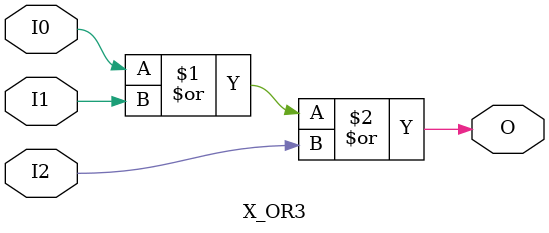
<source format=v>

`timescale 1 ps/1 ps

module X_OR3 (O, I0, I1, I2);

  parameter LOC = "UNPLACED";
  output O;
  input I0, I1, I2;

  or (O, I0, I1, I2);

  specify

	(I0 => O) = (0:0:0, 0:0:0);
	(I1 => O) = (0:0:0, 0:0:0);
	(I2 => O) = (0:0:0, 0:0:0);

	specparam PATHPULSE$ = 0;

  endspecify

endmodule

</source>
